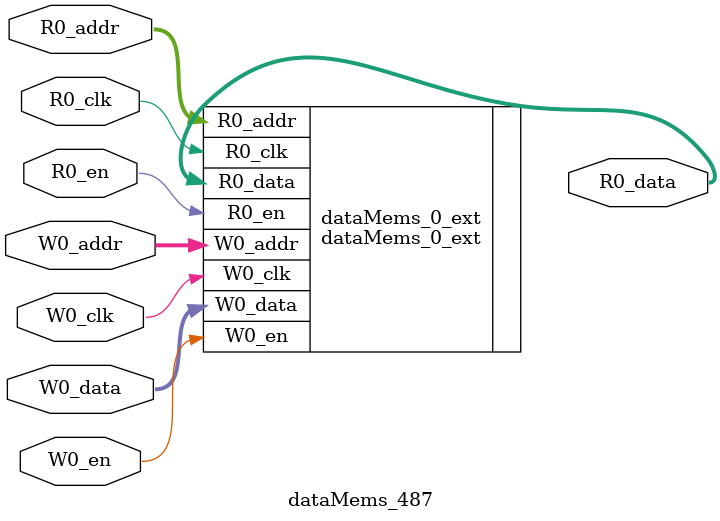
<source format=sv>
`ifndef RANDOMIZE
  `ifdef RANDOMIZE_REG_INIT
    `define RANDOMIZE
  `endif // RANDOMIZE_REG_INIT
`endif // not def RANDOMIZE
`ifndef RANDOMIZE
  `ifdef RANDOMIZE_MEM_INIT
    `define RANDOMIZE
  `endif // RANDOMIZE_MEM_INIT
`endif // not def RANDOMIZE

`ifndef RANDOM
  `define RANDOM $random
`endif // not def RANDOM

// Users can define 'PRINTF_COND' to add an extra gate to prints.
`ifndef PRINTF_COND_
  `ifdef PRINTF_COND
    `define PRINTF_COND_ (`PRINTF_COND)
  `else  // PRINTF_COND
    `define PRINTF_COND_ 1
  `endif // PRINTF_COND
`endif // not def PRINTF_COND_

// Users can define 'ASSERT_VERBOSE_COND' to add an extra gate to assert error printing.
`ifndef ASSERT_VERBOSE_COND_
  `ifdef ASSERT_VERBOSE_COND
    `define ASSERT_VERBOSE_COND_ (`ASSERT_VERBOSE_COND)
  `else  // ASSERT_VERBOSE_COND
    `define ASSERT_VERBOSE_COND_ 1
  `endif // ASSERT_VERBOSE_COND
`endif // not def ASSERT_VERBOSE_COND_

// Users can define 'STOP_COND' to add an extra gate to stop conditions.
`ifndef STOP_COND_
  `ifdef STOP_COND
    `define STOP_COND_ (`STOP_COND)
  `else  // STOP_COND
    `define STOP_COND_ 1
  `endif // STOP_COND
`endif // not def STOP_COND_

// Users can define INIT_RANDOM as general code that gets injected into the
// initializer block for modules with registers.
`ifndef INIT_RANDOM
  `define INIT_RANDOM
`endif // not def INIT_RANDOM

// If using random initialization, you can also define RANDOMIZE_DELAY to
// customize the delay used, otherwise 0.002 is used.
`ifndef RANDOMIZE_DELAY
  `define RANDOMIZE_DELAY 0.002
`endif // not def RANDOMIZE_DELAY

// Define INIT_RANDOM_PROLOG_ for use in our modules below.
`ifndef INIT_RANDOM_PROLOG_
  `ifdef RANDOMIZE
    `ifdef VERILATOR
      `define INIT_RANDOM_PROLOG_ `INIT_RANDOM
    `else  // VERILATOR
      `define INIT_RANDOM_PROLOG_ `INIT_RANDOM #`RANDOMIZE_DELAY begin end
    `endif // VERILATOR
  `else  // RANDOMIZE
    `define INIT_RANDOM_PROLOG_
  `endif // RANDOMIZE
`endif // not def INIT_RANDOM_PROLOG_

// Include register initializers in init blocks unless synthesis is set
`ifndef SYNTHESIS
  `ifndef ENABLE_INITIAL_REG_
    `define ENABLE_INITIAL_REG_
  `endif // not def ENABLE_INITIAL_REG_
`endif // not def SYNTHESIS

// Include rmemory initializers in init blocks unless synthesis is set
`ifndef SYNTHESIS
  `ifndef ENABLE_INITIAL_MEM_
    `define ENABLE_INITIAL_MEM_
  `endif // not def ENABLE_INITIAL_MEM_
`endif // not def SYNTHESIS

module dataMems_487(	// @[generators/ara/src/main/scala/UnsafeAXI4ToTL.scala:365:62]
  input  [4:0]  R0_addr,
  input         R0_en,
  input         R0_clk,
  output [66:0] R0_data,
  input  [4:0]  W0_addr,
  input         W0_en,
  input         W0_clk,
  input  [66:0] W0_data
);

  dataMems_0_ext dataMems_0_ext (	// @[generators/ara/src/main/scala/UnsafeAXI4ToTL.scala:365:62]
    .R0_addr (R0_addr),
    .R0_en   (R0_en),
    .R0_clk  (R0_clk),
    .R0_data (R0_data),
    .W0_addr (W0_addr),
    .W0_en   (W0_en),
    .W0_clk  (W0_clk),
    .W0_data (W0_data)
  );
endmodule


</source>
